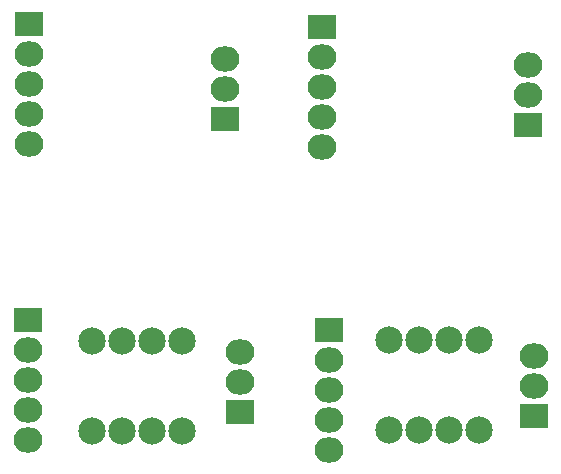
<source format=gbs>
G04 #@! TF.FileFunction,Soldermask,Bot*
%FSLAX46Y46*%
G04 Gerber Fmt 4.6, Leading zero omitted, Abs format (unit mm)*
G04 Created by KiCad (PCBNEW 4.0.4-stable) date 11/08/16 09:08:38*
%MOMM*%
%LPD*%
G01*
G04 APERTURE LIST*
%ADD10C,0.100000*%
%ADD11R,2.432000X2.127200*%
%ADD12O,2.432000X2.127200*%
%ADD13C,2.305000*%
G04 APERTURE END LIST*
D10*
D11*
X122770900Y-70408800D03*
D12*
X122770900Y-72948800D03*
X122770900Y-75488800D03*
X122770900Y-78028800D03*
X122770900Y-80568800D03*
D11*
X139420600Y-78511400D03*
D12*
X139420600Y-75971400D03*
X139420600Y-73431400D03*
D11*
X147574000Y-70675500D03*
D12*
X147574000Y-73215500D03*
X147574000Y-75755500D03*
X147574000Y-78295500D03*
X147574000Y-80835500D03*
D11*
X165074600Y-78955900D03*
D12*
X165074600Y-76415900D03*
X165074600Y-73875900D03*
D11*
X122682000Y-95504000D03*
D12*
X122682000Y-98044000D03*
X122682000Y-100584000D03*
X122682000Y-103124000D03*
X122682000Y-105664000D03*
D11*
X140627100Y-103276400D03*
D12*
X140627100Y-100736400D03*
X140627100Y-98196400D03*
D11*
X148221700Y-96354900D03*
D12*
X148221700Y-98894900D03*
X148221700Y-101434900D03*
X148221700Y-103974900D03*
X148221700Y-106514900D03*
D11*
X165506400Y-103644700D03*
D12*
X165506400Y-101104700D03*
X165506400Y-98564700D03*
D13*
X128143000Y-104902000D03*
X130683000Y-104902000D03*
X133223000Y-104902000D03*
X135763000Y-104902000D03*
X135763000Y-97282000D03*
X133223000Y-97282000D03*
X130683000Y-97282000D03*
X128143000Y-97282000D03*
X153289000Y-104775000D03*
X155829000Y-104775000D03*
X158369000Y-104775000D03*
X160909000Y-104775000D03*
X160909000Y-97155000D03*
X158369000Y-97155000D03*
X155829000Y-97155000D03*
X153289000Y-97155000D03*
M02*

</source>
